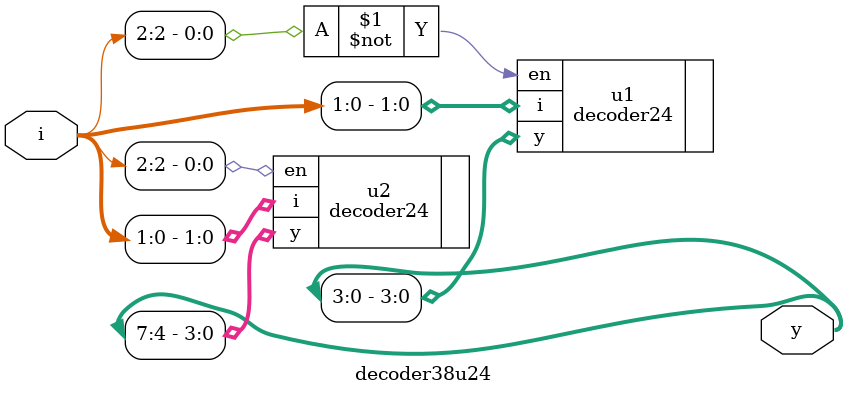
<source format=v>
`include "decoder24.v"
module decoder38u24(i,y);
	input [2:0]i;
	output [7:0]y;
	
	decoder24 u1(.i(i[1:0]),.en(~i[2]),.y(y[3:0]));
	decoder24 u2(.i(i[1:0]),.en(i[2]),.y(y[7:4]));
endmodule

</source>
